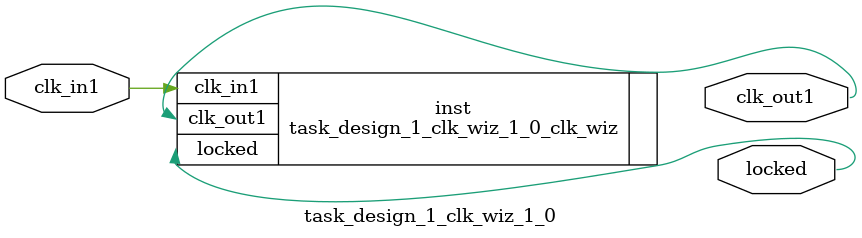
<source format=v>


`timescale 1ps/1ps

(* CORE_GENERATION_INFO = "task_design_1_clk_wiz_1_0,clk_wiz_v5_3_3_0,{component_name=task_design_1_clk_wiz_1_0,use_phase_alignment=true,use_min_o_jitter=false,use_max_i_jitter=false,use_dyn_phase_shift=false,use_inclk_switchover=false,use_dyn_reconfig=false,enable_axi=0,feedback_source=FDBK_AUTO,PRIMITIVE=MMCM,num_out_clk=1,clkin1_period=10.0,clkin2_period=10.0,use_power_down=false,use_reset=false,use_locked=true,use_inclk_stopped=false,feedback_type=SINGLE,CLOCK_MGR_TYPE=NA,manual_override=false}" *)

module task_design_1_clk_wiz_1_0 
 (
  // Clock out ports
  output        clk_out1,
  // Status and control signals
  output        locked,
 // Clock in ports
  input         clk_in1
 );

  task_design_1_clk_wiz_1_0_clk_wiz inst
  (
  // Clock out ports  
  .clk_out1(clk_out1),
  // Status and control signals               
  .locked(locked),
 // Clock in ports
  .clk_in1(clk_in1)
  );

endmodule

</source>
